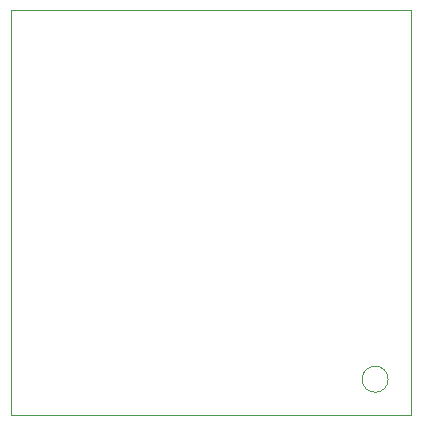
<source format=gm1>
%TF.GenerationSoftware,KiCad,Pcbnew,7.0.2*%
%TF.CreationDate,2025-03-07T15:38:25-05:00*%
%TF.ProjectId,2nPM1100,326e504d-3131-4303-902e-6b696361645f,rev?*%
%TF.SameCoordinates,Original*%
%TF.FileFunction,Profile,NP*%
%FSLAX46Y46*%
G04 Gerber Fmt 4.6, Leading zero omitted, Abs format (unit mm)*
G04 Created by KiCad (PCBNEW 7.0.2) date 2025-03-07 15:38:25*
%MOMM*%
%LPD*%
G01*
G04 APERTURE LIST*
%TA.AperFunction,Profile*%
%ADD10C,0.100000*%
%TD*%
G04 APERTURE END LIST*
D10*
X109431000Y-97282000D02*
G75*
G03*
X109431000Y-97282000I-1100000J0D01*
G01*
X77470000Y-100330000D02*
X77470000Y-66040000D01*
X111379000Y-66040000D02*
X111379000Y-100330000D01*
X111379000Y-100330000D02*
X77470000Y-100330000D01*
X77470000Y-66040000D02*
X111379000Y-66040000D01*
M02*

</source>
